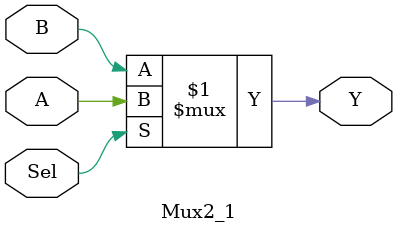
<source format=v>
module Mux2_1(input Sel, A, B, output Y);
assign Y = Sel?A:B;
endmodule
</source>
